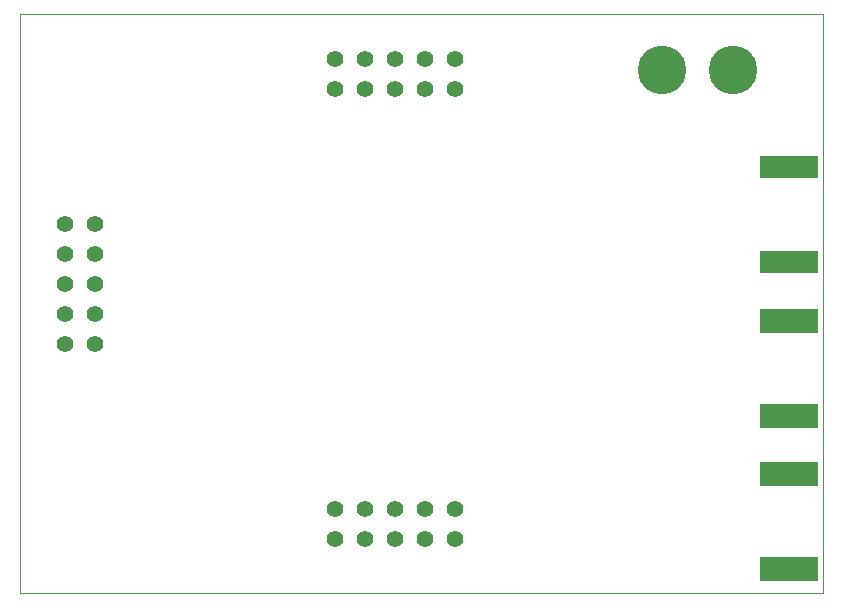
<source format=gbs>
G75*
G70*
%OFA0B0*%
%FSLAX24Y24*%
%IPPOS*%
%LPD*%
%AMOC8*
5,1,8,0,0,1.08239X$1,22.5*
%
%ADD10C,0.0000*%
%ADD11R,0.1950X0.0750*%
%ADD12R,0.1950X0.0800*%
%ADD13C,0.0555*%
%ADD14C,0.1621*%
D10*
X001314Y000380D02*
X001314Y019671D01*
X028086Y019671D01*
X028086Y000380D01*
X001314Y000380D01*
D11*
X026939Y011405D03*
X026939Y014555D03*
D12*
X026939Y009430D03*
X026939Y006280D03*
X026939Y004330D03*
X026939Y001180D03*
D13*
X015814Y002171D03*
X014814Y002171D03*
X013814Y002171D03*
X012814Y002171D03*
X011814Y002171D03*
X011814Y003171D03*
X012814Y003171D03*
X013814Y003171D03*
X014814Y003171D03*
X015814Y003171D03*
X003814Y008671D03*
X002814Y008671D03*
X002814Y009671D03*
X003814Y009671D03*
X003814Y010671D03*
X002814Y010671D03*
X002814Y011671D03*
X003814Y011671D03*
X003814Y012671D03*
X002814Y012671D03*
X011814Y017171D03*
X012814Y017171D03*
X013814Y017171D03*
X014814Y017171D03*
X015814Y017171D03*
X015814Y018171D03*
X014814Y018171D03*
X013814Y018171D03*
X012814Y018171D03*
X011814Y018171D03*
D14*
X022705Y017803D03*
X025067Y017803D03*
M02*

</source>
